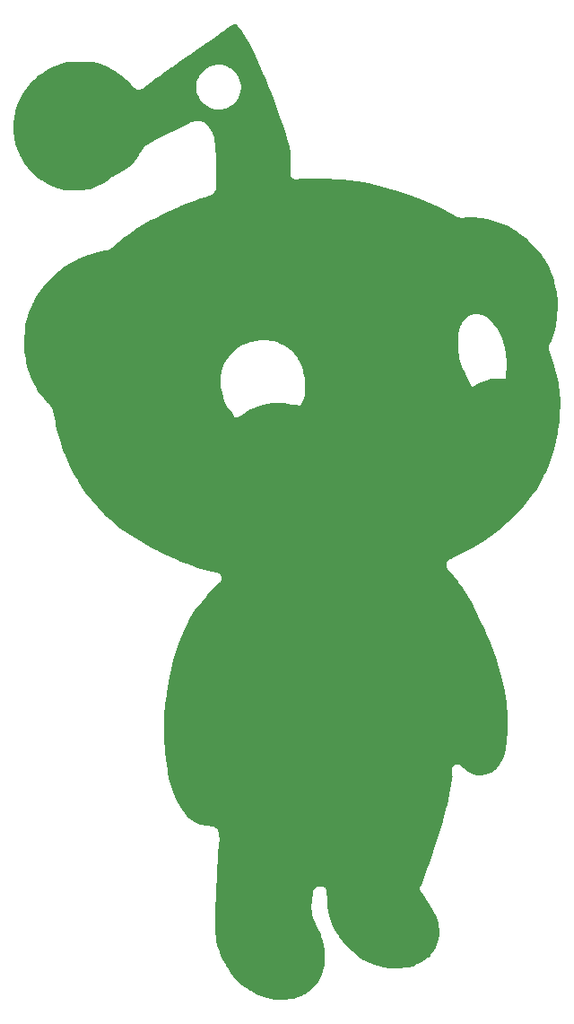
<source format=gbr>
G04 #@! TF.GenerationSoftware,KiCad,Pcbnew,6.0.6-3a73a75311~116~ubuntu21.10.1*
G04 #@! TF.CreationDate,2023-05-20T20:22:17-06:00*
G04 #@! TF.ProjectId,reddit,72656464-6974-42e6-9b69-6361645f7063,rev?*
G04 #@! TF.SameCoordinates,Original*
G04 #@! TF.FileFunction,Copper,L1,Top*
G04 #@! TF.FilePolarity,Positive*
%FSLAX46Y46*%
G04 Gerber Fmt 4.6, Leading zero omitted, Abs format (unit mm)*
G04 Created by KiCad (PCBNEW 6.0.6-3a73a75311~116~ubuntu21.10.1) date 2023-05-20 20:22:17*
%MOMM*%
%LPD*%
G01*
G04 APERTURE LIST*
G04 APERTURE END LIST*
G04 #@! TA.AperFunction,NonConductor*
G36*
X136746579Y-53242534D02*
G01*
X136761569Y-53255026D01*
X136769999Y-53262726D01*
X136874769Y-53367496D01*
X136884900Y-53378936D01*
X137294157Y-53901875D01*
X137302975Y-53914704D01*
X137657057Y-54504841D01*
X137659628Y-54509332D01*
X137954607Y-55050128D01*
X137955988Y-55052732D01*
X138380454Y-55876695D01*
X138381932Y-55879664D01*
X139030862Y-57227438D01*
X139032606Y-57231061D01*
X139034885Y-57236072D01*
X139376736Y-58033724D01*
X139394955Y-58076235D01*
X139395172Y-58076798D01*
X139395346Y-58077469D01*
X139396119Y-58079256D01*
X139396123Y-58079267D01*
X139399025Y-58085977D01*
X139410769Y-58113135D01*
X139424798Y-58145869D01*
X139425157Y-58146457D01*
X139425414Y-58147001D01*
X139581851Y-58508761D01*
X139806049Y-59027216D01*
X139811908Y-59040766D01*
X139813997Y-59045905D01*
X140012064Y-59565834D01*
X140329561Y-60406268D01*
X140443256Y-60707226D01*
X140443363Y-60707512D01*
X140743747Y-61508536D01*
X140745304Y-61512933D01*
X141135466Y-62683417D01*
X141135467Y-62683421D01*
X141425803Y-63554428D01*
X141426420Y-63556331D01*
X141572665Y-64019441D01*
X141574365Y-64025317D01*
X141690051Y-64464923D01*
X141692441Y-64476008D01*
X141694267Y-64486821D01*
X141695805Y-64491434D01*
X141700330Y-64505008D01*
X141702645Y-64512778D01*
X141706735Y-64528321D01*
X141711313Y-64539161D01*
X141714765Y-64548316D01*
X141771995Y-64720003D01*
X141795904Y-64791730D01*
X141799923Y-64806865D01*
X141836254Y-64988519D01*
X141860223Y-65108367D01*
X141862391Y-65124694D01*
X141872065Y-65269808D01*
X141883621Y-65443147D01*
X141883900Y-65451528D01*
X141883900Y-67288142D01*
X141883395Y-67299414D01*
X141882795Y-67306094D01*
X141880732Y-67314833D01*
X141883631Y-67369855D01*
X141883725Y-67371638D01*
X141883900Y-67378268D01*
X141883900Y-67397313D01*
X141884536Y-67401753D01*
X141884536Y-67401757D01*
X141884964Y-67404746D01*
X141886060Y-67415966D01*
X141888396Y-67460289D01*
X141891365Y-67468758D01*
X141891365Y-67468760D01*
X141891968Y-67470480D01*
X141897789Y-67494299D01*
X141899320Y-67504987D01*
X141903037Y-67513162D01*
X141903038Y-67513165D01*
X141917691Y-67545392D01*
X141921898Y-67555864D01*
X141936578Y-67597747D01*
X141941805Y-67605044D01*
X141941807Y-67605047D01*
X141942871Y-67606532D01*
X141955138Y-67627751D01*
X141959608Y-67637582D01*
X141965469Y-67644384D01*
X141988580Y-67671205D01*
X141995544Y-67680059D01*
X142021403Y-67716157D01*
X142028470Y-67721695D01*
X142028471Y-67721696D01*
X142029907Y-67722822D01*
X142047633Y-67739742D01*
X142048822Y-67741122D01*
X142048828Y-67741127D01*
X142054687Y-67747927D01*
X142091937Y-67772071D01*
X142101116Y-67778623D01*
X142136052Y-67806000D01*
X142146078Y-67810006D01*
X142167848Y-67821275D01*
X142176915Y-67827152D01*
X142185517Y-67829724D01*
X142185518Y-67829725D01*
X142219435Y-67839868D01*
X142230091Y-67843582D01*
X142262973Y-67856723D01*
X142262979Y-67856725D01*
X142271308Y-67860053D01*
X142280240Y-67860911D01*
X142280242Y-67860911D01*
X142281725Y-67861053D01*
X142282059Y-67861085D01*
X142306117Y-67865791D01*
X142316466Y-67868886D01*
X142325442Y-67868941D01*
X142325443Y-67868941D01*
X142331522Y-67868978D01*
X142360854Y-67869158D01*
X142372119Y-67869732D01*
X142377865Y-67870284D01*
X142377872Y-67870284D01*
X142382715Y-67870749D01*
X142401091Y-67869668D01*
X142409260Y-67869453D01*
X142412331Y-67869472D01*
X142462121Y-67869776D01*
X142470747Y-67867311D01*
X142479645Y-67866092D01*
X142479694Y-67866447D01*
X142492278Y-67864304D01*
X142845682Y-67843515D01*
X142849019Y-67843364D01*
X143617742Y-67818566D01*
X143621804Y-67818500D01*
X145418559Y-67818500D01*
X145427229Y-67818799D01*
X146138054Y-67867822D01*
X146139528Y-67867933D01*
X146887781Y-67929015D01*
X147371011Y-67968462D01*
X147374673Y-67968815D01*
X148258719Y-68067043D01*
X148267065Y-68068254D01*
X149218079Y-68238948D01*
X149225448Y-68240499D01*
X150767895Y-68613671D01*
X150773396Y-68615134D01*
X152322493Y-69064872D01*
X152327208Y-69066342D01*
X152545633Y-69139150D01*
X153064065Y-69311961D01*
X153069293Y-69313833D01*
X154564258Y-69886903D01*
X154570505Y-69889493D01*
X155794975Y-70436131D01*
X155955834Y-70507943D01*
X155964207Y-70512059D01*
X157246242Y-71202385D01*
X157253285Y-71206476D01*
X157378805Y-71284926D01*
X157383260Y-71288093D01*
X157386686Y-71291760D01*
X157444395Y-71325959D01*
X157446861Y-71327461D01*
X157466259Y-71339585D01*
X157466263Y-71339587D01*
X157470058Y-71341959D01*
X157474149Y-71343768D01*
X157474313Y-71343855D01*
X157478435Y-71346167D01*
X157478783Y-71346338D01*
X157482967Y-71348818D01*
X157497562Y-71354656D01*
X157508124Y-71358881D01*
X157512285Y-71360632D01*
X157569538Y-71385950D01*
X157576908Y-71386928D01*
X157585706Y-71389915D01*
X157639197Y-71411311D01*
X157641389Y-71412211D01*
X157673839Y-71425910D01*
X157678569Y-71427092D01*
X157679075Y-71427261D01*
X157680649Y-71427891D01*
X157684730Y-71428882D01*
X157684754Y-71428889D01*
X157719410Y-71437306D01*
X157720231Y-71437508D01*
X157871604Y-71475351D01*
X157888523Y-71480876D01*
X157906313Y-71488113D01*
X157914629Y-71491496D01*
X157923559Y-71492409D01*
X157986604Y-71498855D01*
X157986709Y-71498866D01*
X158002803Y-71500525D01*
X158059093Y-71506328D01*
X158068061Y-71504680D01*
X158090673Y-71500525D01*
X158106823Y-71498624D01*
X158484282Y-71478757D01*
X158531466Y-71476274D01*
X158538087Y-71476100D01*
X159175547Y-71476100D01*
X159188085Y-71476725D01*
X159897928Y-71547710D01*
X159906104Y-71548799D01*
X160472448Y-71643189D01*
X160481419Y-71645022D01*
X161250953Y-71831575D01*
X161268883Y-71837371D01*
X162427639Y-72310333D01*
X162443677Y-72318250D01*
X163408089Y-72882783D01*
X163422510Y-72892628D01*
X163603322Y-73035374D01*
X164323918Y-73604266D01*
X164334939Y-73614066D01*
X165090638Y-74369766D01*
X165101976Y-74382775D01*
X165555259Y-74981107D01*
X165705318Y-75179185D01*
X165707371Y-75181975D01*
X165805630Y-75319538D01*
X165814120Y-75333191D01*
X166335783Y-76305382D01*
X166342094Y-76319043D01*
X166770646Y-77414231D01*
X166775547Y-77429586D01*
X166814665Y-77586059D01*
X166815354Y-77588960D01*
X167034589Y-78563340D01*
X167036891Y-78577084D01*
X167126081Y-79379787D01*
X167129630Y-79411732D01*
X167130340Y-79429575D01*
X167115277Y-79911589D01*
X167106863Y-80180849D01*
X167106489Y-80187377D01*
X167070244Y-80622323D01*
X167058312Y-80765504D01*
X167057672Y-80771460D01*
X167043770Y-80877114D01*
X166937037Y-81688284D01*
X166934596Y-81701412D01*
X166773037Y-82370730D01*
X166768969Y-82384225D01*
X166495805Y-83135424D01*
X166486227Y-83155852D01*
X166371540Y-83352459D01*
X166363275Y-83363680D01*
X166363363Y-83363740D01*
X166358301Y-83371148D01*
X166352236Y-83377768D01*
X166348274Y-83385823D01*
X166348272Y-83385825D01*
X166329768Y-83423440D01*
X166325542Y-83431313D01*
X166321030Y-83439047D01*
X166321025Y-83439057D01*
X166318771Y-83442921D01*
X166313762Y-83455253D01*
X166310103Y-83463413D01*
X166287940Y-83508466D01*
X166286398Y-83517308D01*
X166283617Y-83525844D01*
X166283514Y-83525810D01*
X166283275Y-83526642D01*
X166283379Y-83526668D01*
X166281213Y-83535384D01*
X166277836Y-83543697D01*
X166276928Y-83552623D01*
X166276928Y-83552624D01*
X166272758Y-83593636D01*
X166271534Y-83602513D01*
X166262910Y-83651957D01*
X166263912Y-83660882D01*
X166263639Y-83669849D01*
X166263530Y-83669846D01*
X166263534Y-83670713D01*
X166263643Y-83670709D01*
X166264010Y-83679673D01*
X166263101Y-83688607D01*
X166272242Y-83737961D01*
X166273557Y-83746811D01*
X166275394Y-83763177D01*
X166278754Y-83775495D01*
X166281082Y-83785685D01*
X166289629Y-83831828D01*
X166293675Y-83839840D01*
X166293719Y-83839971D01*
X166302734Y-83863426D01*
X166666658Y-85197808D01*
X167084896Y-86745291D01*
X167166326Y-87046584D01*
X167168975Y-87058741D01*
X167204919Y-87274400D01*
X167310272Y-87906519D01*
X167311821Y-87920779D01*
X167359285Y-88846329D01*
X167359285Y-88846336D01*
X167359349Y-88857822D01*
X167347183Y-89161958D01*
X167310173Y-90087195D01*
X167309903Y-90091823D01*
X167261285Y-90723860D01*
X167260598Y-90730493D01*
X167157471Y-91521141D01*
X167112978Y-91862252D01*
X167111692Y-91870140D01*
X166893870Y-92983455D01*
X166890343Y-92997276D01*
X166809445Y-93252915D01*
X166283180Y-94915912D01*
X166274612Y-94936466D01*
X165991754Y-95475245D01*
X165785621Y-95867879D01*
X165785315Y-95868413D01*
X165784903Y-95868972D01*
X165783999Y-95870709D01*
X165783992Y-95870720D01*
X165767026Y-95903295D01*
X165766835Y-95903660D01*
X165752912Y-95930182D01*
X165750403Y-95934960D01*
X165750170Y-95935616D01*
X165749915Y-95936149D01*
X165157392Y-97073794D01*
X165145518Y-97092404D01*
X164664018Y-97718354D01*
X164421203Y-98034013D01*
X164419721Y-98035901D01*
X163632679Y-99019704D01*
X163623385Y-99030087D01*
X162396019Y-100257454D01*
X162388691Y-100264224D01*
X161743534Y-100814505D01*
X161562350Y-100969044D01*
X161554930Y-100974906D01*
X161489973Y-101022375D01*
X160281013Y-101905845D01*
X160269636Y-101913253D01*
X158985084Y-102654341D01*
X158982454Y-102655817D01*
X158160836Y-103103972D01*
X158156850Y-103106055D01*
X157114548Y-103627206D01*
X157114019Y-103627426D01*
X157113471Y-103627526D01*
X157112021Y-103628255D01*
X157031796Y-103668582D01*
X157031559Y-103668701D01*
X157016734Y-103676113D01*
X157016522Y-103676260D01*
X157013476Y-103677791D01*
X156987281Y-103696502D01*
X156985799Y-103697545D01*
X156943726Y-103726694D01*
X156927323Y-103738058D01*
X156925356Y-103740489D01*
X156922932Y-103742465D01*
X156818834Y-103816821D01*
X156812842Y-103820847D01*
X156766042Y-103850376D01*
X156760100Y-103857104D01*
X156735671Y-103884765D01*
X156728264Y-103892467D01*
X156695073Y-103924171D01*
X156690581Y-103931948D01*
X156690429Y-103932211D01*
X156675762Y-103952599D01*
X156669622Y-103959551D01*
X156665807Y-103967677D01*
X156665805Y-103967680D01*
X156650127Y-104001075D01*
X156645178Y-104010551D01*
X156622218Y-104050299D01*
X156620090Y-104059020D01*
X156620016Y-104059323D01*
X156611667Y-104082989D01*
X156611533Y-104083274D01*
X156611531Y-104083280D01*
X156607719Y-104091400D01*
X156606339Y-104100263D01*
X156606338Y-104100266D01*
X156600659Y-104136741D01*
X156598568Y-104147222D01*
X156587690Y-104191805D01*
X156588095Y-104200770D01*
X156588095Y-104200772D01*
X156589477Y-104231346D01*
X156588741Y-104251769D01*
X156585433Y-104279864D01*
X156593949Y-104330298D01*
X156594266Y-104337314D01*
X156595809Y-104341824D01*
X156595758Y-104342346D01*
X156595975Y-104342309D01*
X156595979Y-104342320D01*
X156596177Y-104343491D01*
X156596238Y-104343855D01*
X156596723Y-104346968D01*
X156604010Y-104397847D01*
X156605920Y-104411187D01*
X156614255Y-104429517D01*
X156622426Y-104447489D01*
X156627253Y-104459778D01*
X156636528Y-104487601D01*
X156638439Y-104493875D01*
X156653643Y-104548881D01*
X156658367Y-104556514D01*
X156658367Y-104556515D01*
X156676901Y-104586465D01*
X156682432Y-104596375D01*
X156702219Y-104635914D01*
X156743903Y-104680794D01*
X156747199Y-104684489D01*
X156884908Y-104845149D01*
X156887169Y-104847863D01*
X157684115Y-105832325D01*
X157732639Y-105892267D01*
X157737415Y-105898561D01*
X158125066Y-106444143D01*
X158398175Y-106828519D01*
X158403255Y-106836256D01*
X158961143Y-107757984D01*
X158966383Y-107767554D01*
X159788253Y-109436199D01*
X159789857Y-109439581D01*
X160243421Y-110433931D01*
X160443322Y-110872176D01*
X160444488Y-110874812D01*
X160514127Y-111037303D01*
X160664760Y-111388783D01*
X160666817Y-111393888D01*
X161080037Y-112487704D01*
X161080684Y-112489608D01*
X161081118Y-112491583D01*
X161094374Y-112525670D01*
X161094759Y-112526675D01*
X161105030Y-112553865D01*
X161105035Y-112553875D01*
X161106616Y-112558061D01*
X161107591Y-112559830D01*
X161108393Y-112561719D01*
X161263256Y-112959941D01*
X161266783Y-112970329D01*
X161720478Y-114525849D01*
X161786359Y-114751727D01*
X161788486Y-114760072D01*
X162100371Y-116185834D01*
X162136770Y-116352231D01*
X162137735Y-116357098D01*
X162172199Y-116550958D01*
X162331971Y-117449673D01*
X162333732Y-117464926D01*
X162381780Y-118353811D01*
X162381949Y-118358674D01*
X162406598Y-119960879D01*
X162405988Y-119975354D01*
X162239192Y-121643314D01*
X162232934Y-121671852D01*
X162004187Y-122335218D01*
X162003729Y-122336522D01*
X161898334Y-122631627D01*
X161888152Y-122653348D01*
X161856203Y-122707416D01*
X161618853Y-123109085D01*
X161617122Y-123112014D01*
X161604313Y-123129911D01*
X161340908Y-123437217D01*
X161233511Y-123562514D01*
X161211082Y-123583043D01*
X160864200Y-123830817D01*
X160811805Y-123868242D01*
X160781247Y-123884264D01*
X160291686Y-124060505D01*
X160266032Y-124066798D01*
X159834757Y-124125609D01*
X159810334Y-124126547D01*
X159517959Y-124109348D01*
X159487777Y-124103829D01*
X159188175Y-124010203D01*
X159175519Y-124005490D01*
X158692992Y-123795696D01*
X158666870Y-123780369D01*
X158458661Y-123621734D01*
X158216476Y-123437212D01*
X158208092Y-123430230D01*
X157979366Y-123222297D01*
X157968163Y-123210721D01*
X157952920Y-123192807D01*
X157952919Y-123192806D01*
X157947102Y-123185970D01*
X157889924Y-123148404D01*
X157888568Y-123147499D01*
X157872866Y-123136858D01*
X157831992Y-123109160D01*
X157828464Y-123108026D01*
X157825367Y-123105991D01*
X157760035Y-123086011D01*
X157758353Y-123085483D01*
X157700837Y-123066991D01*
X157700834Y-123066990D01*
X157693325Y-123064576D01*
X157689623Y-123064478D01*
X157686077Y-123063393D01*
X157669255Y-123063186D01*
X157617748Y-123062553D01*
X157615946Y-123062518D01*
X157589993Y-123061828D01*
X157547720Y-123060703D01*
X157544139Y-123061648D01*
X157540430Y-123061602D01*
X157474484Y-123080009D01*
X157473040Y-123080401D01*
X157406878Y-123097852D01*
X157403704Y-123099765D01*
X157400135Y-123100761D01*
X157379626Y-123113525D01*
X157342133Y-123136858D01*
X157340598Y-123137798D01*
X157282126Y-123173038D01*
X157279616Y-123175765D01*
X157276470Y-123177723D01*
X157271208Y-123183607D01*
X157271206Y-123183609D01*
X157230950Y-123228625D01*
X157229749Y-123229949D01*
X157183489Y-123280215D01*
X157181846Y-123283536D01*
X157179375Y-123286299D01*
X157175974Y-123293428D01*
X157149929Y-123348022D01*
X157149141Y-123349642D01*
X157118899Y-123410769D01*
X157118254Y-123414416D01*
X157116658Y-123417762D01*
X157115395Y-123425558D01*
X157115391Y-123425573D01*
X157105728Y-123485204D01*
X157105428Y-123486980D01*
X157094919Y-123546432D01*
X157094918Y-123546439D01*
X157093546Y-123554203D01*
X157093951Y-123557885D01*
X157093358Y-123561544D01*
X157094333Y-123569375D01*
X157094333Y-123569381D01*
X157101798Y-123629351D01*
X157102008Y-123631139D01*
X157109470Y-123698987D01*
X157112917Y-123707276D01*
X157112917Y-123707278D01*
X157123449Y-123732607D01*
X157128256Y-123746364D01*
X157143841Y-123800911D01*
X157148302Y-123816525D01*
X157153030Y-123845663D01*
X157165275Y-124127268D01*
X157172197Y-124286471D01*
X157170453Y-124313528D01*
X157026417Y-125141742D01*
X156980720Y-125404501D01*
X156979987Y-125408354D01*
X156670635Y-126907521D01*
X156654938Y-126983591D01*
X156653544Y-126989598D01*
X156294973Y-128379062D01*
X156256162Y-128529454D01*
X156253874Y-128537266D01*
X155845828Y-129779952D01*
X155701397Y-130219809D01*
X155701359Y-130219923D01*
X154993951Y-132367412D01*
X154992477Y-132371633D01*
X154858709Y-132733921D01*
X154392975Y-133995285D01*
X154390344Y-134001837D01*
X154216580Y-134401493D01*
X154146334Y-134563059D01*
X154145836Y-134564187D01*
X154120630Y-134620644D01*
X154115750Y-134631574D01*
X154114538Y-134640470D01*
X154114537Y-134640473D01*
X154111600Y-134662031D01*
X154108259Y-134678373D01*
X154102497Y-134699365D01*
X154100120Y-134708026D01*
X154100485Y-134729972D01*
X154100527Y-134732525D01*
X154099390Y-134751626D01*
X154096083Y-134775897D01*
X154100446Y-134804944D01*
X154100649Y-134806298D01*
X154102029Y-134822918D01*
X154102539Y-134853663D01*
X154105202Y-134862238D01*
X154105202Y-134862239D01*
X154109804Y-134877059D01*
X154114076Y-134895714D01*
X154117714Y-134919940D01*
X154121484Y-134928084D01*
X154121485Y-134928088D01*
X154130629Y-134947841D01*
X154136616Y-134963400D01*
X154145736Y-134992768D01*
X154150698Y-135000250D01*
X154164551Y-135021138D01*
X154164589Y-135021201D01*
X154164729Y-135021504D01*
X154176891Y-135039746D01*
X154226238Y-135114158D01*
X154226709Y-135114556D01*
X154227102Y-135115064D01*
X154996215Y-136268734D01*
X154997503Y-136270705D01*
X155382617Y-136872446D01*
X155389189Y-136884018D01*
X155605752Y-137317143D01*
X155613205Y-137335550D01*
X155744686Y-137751908D01*
X155746769Y-137759275D01*
X155818144Y-138044773D01*
X155856883Y-138199729D01*
X155860171Y-138219374D01*
X155904226Y-138726014D01*
X155904700Y-138736929D01*
X155904700Y-139170076D01*
X155903306Y-139188767D01*
X155837831Y-139625276D01*
X155837640Y-139626548D01*
X155835903Y-139635772D01*
X155813191Y-139735703D01*
X155726220Y-140118377D01*
X155719661Y-140138915D01*
X155635212Y-140341591D01*
X155624892Y-140361265D01*
X155437595Y-140652615D01*
X155433044Y-140659222D01*
X155126020Y-141075899D01*
X155109724Y-141094037D01*
X154886462Y-141298694D01*
X154871216Y-141310649D01*
X154621720Y-141476979D01*
X154500554Y-141557756D01*
X154500550Y-141557759D01*
X154117428Y-141813174D01*
X154099246Y-141823236D01*
X153671897Y-142015544D01*
X153658602Y-142020643D01*
X153384953Y-142108211D01*
X153104178Y-142198059D01*
X153085427Y-142202512D01*
X152668742Y-142268304D01*
X152661629Y-142269221D01*
X152203091Y-142315075D01*
X152190553Y-142315700D01*
X151753378Y-142315700D01*
X151747905Y-142315581D01*
X151218353Y-142292557D01*
X151202240Y-142290813D01*
X150671397Y-142198493D01*
X150666244Y-142197484D01*
X150409691Y-142141712D01*
X150122570Y-142079294D01*
X150111761Y-142076437D01*
X149763168Y-141967501D01*
X149751153Y-141963062D01*
X149429180Y-141825075D01*
X149427695Y-141824427D01*
X149136647Y-141695072D01*
X148800179Y-141545530D01*
X148779635Y-141533987D01*
X148770356Y-141527563D01*
X148505534Y-141344225D01*
X148502787Y-141342268D01*
X148143085Y-141078486D01*
X148137498Y-141074142D01*
X148041834Y-140995360D01*
X147735666Y-140743222D01*
X147729416Y-140737718D01*
X147725838Y-140734350D01*
X147329953Y-140361753D01*
X147323431Y-140355145D01*
X147106395Y-140118377D01*
X147074245Y-140083304D01*
X147068740Y-140076878D01*
X146830991Y-139779692D01*
X146800333Y-139741370D01*
X146795904Y-139735129D01*
X146795890Y-139735139D01*
X146792993Y-139731222D01*
X146790413Y-139727104D01*
X146772635Y-139706590D01*
X146769467Y-139702785D01*
X146757268Y-139687537D01*
X146757260Y-139687528D01*
X146754462Y-139684031D01*
X146751198Y-139680967D01*
X146749724Y-139679372D01*
X146742811Y-139672179D01*
X146512819Y-139406804D01*
X146463356Y-139349731D01*
X146452789Y-139335662D01*
X146430670Y-139301477D01*
X146209109Y-138959063D01*
X146204751Y-138951805D01*
X145967797Y-138525289D01*
X145965243Y-138520447D01*
X145790841Y-138171642D01*
X145783336Y-138153071D01*
X145529818Y-137346423D01*
X145526337Y-137332695D01*
X145364246Y-136499082D01*
X145362060Y-136480753D01*
X145343224Y-136066359D01*
X145339017Y-135973805D01*
X145338940Y-135971738D01*
X145332391Y-135742496D01*
X145314040Y-135100213D01*
X145313991Y-135095864D01*
X145314029Y-135089728D01*
X145314376Y-135032879D01*
X145303748Y-134995694D01*
X145300736Y-134982511D01*
X145294161Y-134944390D01*
X145290211Y-134936322D01*
X145286882Y-134929522D01*
X145278897Y-134908740D01*
X145276817Y-134901461D01*
X145276814Y-134901454D01*
X145274349Y-134892829D01*
X145269561Y-134885241D01*
X145269560Y-134885238D01*
X145253722Y-134860137D01*
X145247118Y-134848306D01*
X145234059Y-134821633D01*
X145234058Y-134821631D01*
X145230111Y-134813570D01*
X145218950Y-134801341D01*
X145205458Y-134783643D01*
X145201412Y-134777231D01*
X145196624Y-134769642D01*
X145167645Y-134744048D01*
X145157990Y-134734550D01*
X145156142Y-134732525D01*
X145131919Y-134705986D01*
X145117775Y-134697382D01*
X145099853Y-134684177D01*
X145087449Y-134673222D01*
X145052452Y-134656790D01*
X145040523Y-134650385D01*
X145015148Y-134634949D01*
X145015144Y-134634947D01*
X145007478Y-134630284D01*
X144991485Y-134625995D01*
X144970584Y-134618354D01*
X144955600Y-134611319D01*
X144917393Y-134605370D01*
X144904143Y-134602569D01*
X144875463Y-134594877D01*
X144875453Y-134594876D01*
X144866792Y-134592553D01*
X144857824Y-134592754D01*
X144857821Y-134592754D01*
X144799325Y-134594068D01*
X144796496Y-134594100D01*
X144665175Y-134594100D01*
X144650442Y-134593236D01*
X144623646Y-134590081D01*
X144614736Y-134589032D01*
X144550718Y-134599843D01*
X144547671Y-134600318D01*
X144514537Y-134605063D01*
X144492301Y-134608247D01*
X144492300Y-134608247D01*
X144483413Y-134609520D01*
X144475242Y-134613235D01*
X144475239Y-134613236D01*
X144458947Y-134620644D01*
X144447070Y-134624520D01*
X144447223Y-134624945D01*
X144384549Y-134647570D01*
X144381613Y-134648589D01*
X144360215Y-134655722D01*
X144360212Y-134655723D01*
X144355959Y-134657141D01*
X144351948Y-134659148D01*
X144351072Y-134659511D01*
X144345622Y-134661622D01*
X144318670Y-134671352D01*
X144318664Y-134671355D01*
X144310219Y-134674404D01*
X144302970Y-134679700D01*
X144302968Y-134679701D01*
X144294282Y-134686047D01*
X144276346Y-134696981D01*
X144266717Y-134701800D01*
X144266714Y-134701802D01*
X144258687Y-134705819D01*
X144252111Y-134711926D01*
X144252109Y-134711928D01*
X144232682Y-134729972D01*
X144227418Y-134734314D01*
X144227479Y-134734385D01*
X144223780Y-134737553D01*
X144219848Y-134740425D01*
X144216406Y-134743867D01*
X144215390Y-134744737D01*
X144212375Y-134747417D01*
X144207848Y-134750043D01*
X144185931Y-134773070D01*
X144180446Y-134778488D01*
X144151961Y-134804944D01*
X144148046Y-134811507D01*
X144146662Y-134813045D01*
X144146724Y-134813099D01*
X144143791Y-134816482D01*
X144140618Y-134819655D01*
X144137930Y-134823242D01*
X144137311Y-134823956D01*
X144133378Y-134828286D01*
X144113616Y-134849048D01*
X144113614Y-134849050D01*
X144107427Y-134855551D01*
X144103312Y-134863528D01*
X144103309Y-134863533D01*
X144098378Y-134873093D01*
X144087225Y-134890895D01*
X144080767Y-134899512D01*
X144080766Y-134899515D01*
X144075384Y-134906695D01*
X144062924Y-134939933D01*
X144060159Y-134946168D01*
X144060245Y-134946204D01*
X144058354Y-134950689D01*
X144056122Y-134955017D01*
X144047637Y-134980473D01*
X144046114Y-134984776D01*
X144034712Y-135015191D01*
X144032973Y-135019576D01*
X144031307Y-135023556D01*
X144026703Y-135031261D01*
X144024446Y-135039950D01*
X144013638Y-135081559D01*
X144011219Y-135089726D01*
X144006648Y-135103437D01*
X144004702Y-135114158D01*
X144004457Y-135115510D01*
X144002440Y-135124668D01*
X143998565Y-135139585D01*
X143998081Y-135144426D01*
X143997195Y-135153286D01*
X143995795Y-135163246D01*
X143987227Y-135210462D01*
X143988168Y-135219396D01*
X143988062Y-135222252D01*
X143988121Y-135244031D01*
X143970000Y-135425234D01*
X143969652Y-135428324D01*
X143930381Y-135742496D01*
X143897856Y-136002693D01*
X143896066Y-136013306D01*
X143893480Y-136025440D01*
X143893210Y-136030306D01*
X143892495Y-136043174D01*
X143891716Y-136051815D01*
X143889898Y-136066359D01*
X143889978Y-136070842D01*
X143889978Y-136070847D01*
X143890134Y-136079560D01*
X143889960Y-136088802D01*
X143866588Y-136509509D01*
X143866251Y-136514073D01*
X143863619Y-136542583D01*
X143863922Y-136547436D01*
X143863914Y-136547993D01*
X143864074Y-136552074D01*
X143864107Y-136554170D01*
X143863858Y-136558650D01*
X143864247Y-136563123D01*
X143866444Y-136588386D01*
X143866673Y-136591437D01*
X143889923Y-136963434D01*
X143890691Y-136975727D01*
X143890894Y-136980377D01*
X143891616Y-137008788D01*
X143892488Y-137013586D01*
X143892548Y-137014164D01*
X143893154Y-137018002D01*
X143893489Y-137020495D01*
X143893768Y-137024961D01*
X143894678Y-137029345D01*
X143894679Y-137029353D01*
X143899804Y-137054044D01*
X143900402Y-137057112D01*
X143937282Y-137259956D01*
X143938292Y-137273788D01*
X143938411Y-137273775D01*
X143939380Y-137282701D01*
X143939075Y-137291669D01*
X143941299Y-137300362D01*
X143941299Y-137300365D01*
X143951714Y-137341081D01*
X143953613Y-137349772D01*
X143955230Y-137358669D01*
X143955232Y-137358678D01*
X143956034Y-137363088D01*
X143960213Y-137375610D01*
X143962760Y-137384265D01*
X143966810Y-137400097D01*
X143971874Y-137411914D01*
X143975572Y-137421637D01*
X143990466Y-137466266D01*
X143995586Y-137473645D01*
X143995750Y-137473972D01*
X144007788Y-137495711D01*
X144119657Y-137756740D01*
X144121258Y-137760804D01*
X144122232Y-137764346D01*
X144136192Y-137795367D01*
X144137031Y-137797278D01*
X144149198Y-137825668D01*
X144151107Y-137828801D01*
X144153053Y-137832837D01*
X144166949Y-137863717D01*
X144366101Y-138306279D01*
X144366479Y-138307126D01*
X144730662Y-139132608D01*
X144736068Y-139147261D01*
X144789528Y-139325460D01*
X144791094Y-139331163D01*
X144792258Y-139335829D01*
X144793067Y-139340621D01*
X144794605Y-139345234D01*
X144794605Y-139345235D01*
X144802563Y-139369108D01*
X144803715Y-139372748D01*
X144811437Y-139398490D01*
X144813318Y-139402552D01*
X144814912Y-139406754D01*
X144814781Y-139406804D01*
X144816952Y-139412277D01*
X144926455Y-139740782D01*
X144928667Y-139748162D01*
X145016760Y-140078513D01*
X145019472Y-140091327D01*
X145087704Y-140523460D01*
X145088621Y-140530573D01*
X145134475Y-140989109D01*
X145135100Y-141001647D01*
X145135100Y-141524056D01*
X145134532Y-141536002D01*
X145091585Y-141986949D01*
X145087899Y-142007469D01*
X145000283Y-142336028D01*
X145000097Y-142336715D01*
X144930827Y-142590703D01*
X144927926Y-142599928D01*
X144818671Y-142905842D01*
X144814417Y-142916259D01*
X144745102Y-143066444D01*
X144684540Y-143197661D01*
X144679965Y-143206616D01*
X144484220Y-143554606D01*
X144475210Y-143568419D01*
X144353739Y-143730381D01*
X144351328Y-143733493D01*
X144166829Y-143964116D01*
X144161672Y-143970161D01*
X143943857Y-144209756D01*
X143934335Y-144219173D01*
X143736747Y-144394807D01*
X143734426Y-144396820D01*
X143452426Y-144635436D01*
X143434527Y-144648083D01*
X143187978Y-144791903D01*
X143183839Y-144794212D01*
X142924364Y-144932599D01*
X142860704Y-144966551D01*
X142841254Y-144974909D01*
X142602482Y-145054499D01*
X142596361Y-145056368D01*
X142190915Y-145168993D01*
X142176351Y-145172125D01*
X141901348Y-145214433D01*
X141894161Y-145215326D01*
X141412100Y-145261237D01*
X141409002Y-145261532D01*
X141397056Y-145262100D01*
X140372198Y-145262100D01*
X140357476Y-145261237D01*
X140007906Y-145220111D01*
X139990163Y-145216720D01*
X139671954Y-145131865D01*
X139664584Y-145129656D01*
X139315681Y-145013354D01*
X139310295Y-145011422D01*
X138711082Y-144780955D01*
X138692825Y-144772189D01*
X138395804Y-144598927D01*
X138147767Y-144454239D01*
X138139879Y-144449236D01*
X138063638Y-144396820D01*
X137782170Y-144203311D01*
X137772796Y-144196071D01*
X137771582Y-144195175D01*
X137767897Y-144191988D01*
X137746065Y-144178343D01*
X137741465Y-144175326D01*
X137726488Y-144165029D01*
X137726478Y-144165023D01*
X137722792Y-144162489D01*
X137718260Y-144160243D01*
X137707430Y-144154196D01*
X137412973Y-143970161D01*
X137364584Y-143939918D01*
X137350706Y-143929871D01*
X137088407Y-143711287D01*
X137084787Y-143708150D01*
X136861606Y-143507288D01*
X136853323Y-143499110D01*
X136602387Y-143227262D01*
X136590137Y-143211693D01*
X136483156Y-143051222D01*
X136476764Y-143040524D01*
X136475251Y-143037681D01*
X136472968Y-143033391D01*
X136470057Y-143029509D01*
X136470049Y-143029497D01*
X136459771Y-143015793D01*
X136455737Y-143010091D01*
X136447732Y-142998085D01*
X136447728Y-142998080D01*
X136445244Y-142994354D01*
X136439318Y-142987735D01*
X136432392Y-142979289D01*
X136231162Y-142710983D01*
X136227124Y-142705275D01*
X136040642Y-142425551D01*
X136037967Y-142421362D01*
X135828198Y-142078105D01*
X135768492Y-141980404D01*
X135767176Y-141978200D01*
X135602931Y-141696635D01*
X135599069Y-141689497D01*
X135386060Y-141263480D01*
X135383618Y-141258304D01*
X135198716Y-140842275D01*
X135194322Y-140830947D01*
X135162123Y-140734350D01*
X134987895Y-140211667D01*
X134983877Y-140196538D01*
X134972353Y-140138915D01*
X134892726Y-139740782D01*
X134869625Y-139625276D01*
X134868041Y-139615287D01*
X134835226Y-139336361D01*
X134822244Y-139226013D01*
X134821627Y-139219166D01*
X134819147Y-139179474D01*
X134773145Y-138443447D01*
X134772900Y-138435587D01*
X134772900Y-137910751D01*
X134773044Y-137904725D01*
X134773238Y-137900675D01*
X134773845Y-137895847D01*
X134772954Y-137865553D01*
X134772900Y-137861849D01*
X134772900Y-137834687D01*
X134772266Y-137830255D01*
X134771947Y-137825780D01*
X134772106Y-137825769D01*
X134771617Y-137820075D01*
X134747991Y-137016793D01*
X134748074Y-137007208D01*
X134999882Y-131618505D01*
X135000628Y-131609491D01*
X135123657Y-130576047D01*
X135124239Y-130571783D01*
X135162515Y-130322991D01*
X135165637Y-130311465D01*
X135165109Y-130311339D01*
X135167192Y-130302611D01*
X135170493Y-130294262D01*
X135175483Y-130240206D01*
X135176411Y-130232665D01*
X135178257Y-130220667D01*
X135178257Y-130220665D01*
X135178939Y-130216233D01*
X135179043Y-130206211D01*
X135179570Y-130195941D01*
X135180334Y-130187666D01*
X135180334Y-130187659D01*
X135180781Y-130182818D01*
X135179786Y-130166895D01*
X135179548Y-130157725D01*
X135179978Y-130116441D01*
X135179978Y-130116438D01*
X135180071Y-130107466D01*
X135177642Y-130098826D01*
X135176461Y-130089925D01*
X135176489Y-130089921D01*
X135174093Y-130075818D01*
X135153424Y-129745100D01*
X135153295Y-129742650D01*
X135152003Y-129712575D01*
X135152002Y-129712570D01*
X135151794Y-129707720D01*
X135150841Y-129702955D01*
X135150753Y-129702225D01*
X135150738Y-129702137D01*
X135150632Y-129700439D01*
X135142644Y-129661952D01*
X135142462Y-129661059D01*
X135132546Y-129611483D01*
X135131574Y-129604614D01*
X135131926Y-129598600D01*
X135117316Y-129535071D01*
X135116560Y-129531553D01*
X135112344Y-129510469D01*
X135112342Y-129510463D01*
X135111464Y-129506071D01*
X135109970Y-129501844D01*
X135108881Y-129497885D01*
X135108119Y-129494863D01*
X135107934Y-129494272D01*
X135106843Y-129489528D01*
X135097312Y-129465700D01*
X135095498Y-129460883D01*
X135078219Y-129411979D01*
X135078218Y-129411977D01*
X135075227Y-129403512D01*
X135070317Y-129396694D01*
X135065662Y-129386575D01*
X135045776Y-129336862D01*
X135044258Y-129332870D01*
X135025845Y-129281863D01*
X135025843Y-129281859D01*
X135022796Y-129273419D01*
X135000097Y-129242348D01*
X134992684Y-129230955D01*
X134973464Y-129197600D01*
X134924495Y-129150725D01*
X134922574Y-129148846D01*
X134883200Y-129109473D01*
X134871992Y-129096634D01*
X134859213Y-129079822D01*
X134859212Y-129079821D01*
X134853780Y-129072675D01*
X134846561Y-129067341D01*
X134846559Y-129067339D01*
X134796985Y-129030710D01*
X134796383Y-129030263D01*
X134739705Y-128987784D01*
X134738048Y-128987163D01*
X134736631Y-128986116D01*
X134728660Y-128983190D01*
X134728659Y-128983189D01*
X134670427Y-128961810D01*
X134669623Y-128961512D01*
X134655190Y-128956102D01*
X134603316Y-128936655D01*
X134594368Y-128935990D01*
X134591606Y-128935785D01*
X134569381Y-128934133D01*
X134554024Y-128932035D01*
X134487370Y-128918704D01*
X134479105Y-128916758D01*
X134461526Y-128911985D01*
X134456685Y-128911447D01*
X134456680Y-128911446D01*
X134449524Y-128910651D01*
X134438738Y-128908977D01*
X134429921Y-128907214D01*
X134410878Y-128906162D01*
X134403933Y-128905585D01*
X134203419Y-128883306D01*
X134199522Y-128882812D01*
X134019902Y-128857152D01*
X133706410Y-128812367D01*
X133694585Y-128810096D01*
X133685706Y-128807946D01*
X133664811Y-128806205D01*
X133657455Y-128805373D01*
X133644218Y-128803482D01*
X133644206Y-128803481D01*
X133639767Y-128802847D01*
X133635287Y-128802848D01*
X133635280Y-128802848D01*
X133629843Y-128802850D01*
X133619341Y-128802415D01*
X133417224Y-128785572D01*
X133387844Y-128779541D01*
X133197981Y-128716254D01*
X133181476Y-128709418D01*
X132862379Y-128549870D01*
X132844618Y-128539073D01*
X132624604Y-128379062D01*
X132618051Y-128373957D01*
X132351438Y-128151779D01*
X132343006Y-128144078D01*
X132108820Y-127909892D01*
X132099526Y-127899509D01*
X131922072Y-127677694D01*
X131920590Y-127675805D01*
X131685594Y-127370309D01*
X131679821Y-127362155D01*
X131375324Y-126893697D01*
X131370835Y-126886238D01*
X131144831Y-126479429D01*
X131138667Y-126466700D01*
X130904953Y-125905787D01*
X130902515Y-125899461D01*
X130632864Y-125139537D01*
X130631346Y-125134984D01*
X130395198Y-124379312D01*
X130390927Y-124360888D01*
X130302486Y-123786020D01*
X130301653Y-123779448D01*
X130301545Y-123774607D01*
X130295922Y-123743119D01*
X130295426Y-123740133D01*
X130291716Y-123716016D01*
X130291715Y-123716013D01*
X130291035Y-123711591D01*
X130289735Y-123707314D01*
X130289435Y-123705994D01*
X130288255Y-123700183D01*
X130169831Y-123037008D01*
X130169039Y-123031992D01*
X130124489Y-122707416D01*
X129996856Y-121777513D01*
X129995824Y-121766259D01*
X129947036Y-120717314D01*
X129946900Y-120711460D01*
X129946900Y-119691514D01*
X129946929Y-119688834D01*
X129971703Y-118524499D01*
X129972216Y-118515508D01*
X130071190Y-117451536D01*
X130071419Y-117449293D01*
X130170478Y-116557758D01*
X130171421Y-116550958D01*
X130190445Y-116436819D01*
X130295477Y-115806624D01*
X130473908Y-114755863D01*
X130519577Y-114486925D01*
X130521715Y-114476849D01*
X130818355Y-113315010D01*
X130819076Y-113312311D01*
X131114595Y-112253365D01*
X131117981Y-112242992D01*
X131412156Y-111458527D01*
X131412531Y-111457538D01*
X131779557Y-110503270D01*
X131785495Y-110490131D01*
X132158010Y-109777494D01*
X132344209Y-109421287D01*
X132347826Y-109414836D01*
X132853270Y-108572432D01*
X132861225Y-108560720D01*
X133491087Y-107737052D01*
X133494697Y-107732549D01*
X133890996Y-107260764D01*
X134007873Y-107121625D01*
X134012332Y-107116596D01*
X134724566Y-106355244D01*
X134729798Y-106349972D01*
X135217373Y-105886776D01*
X135219616Y-105884697D01*
X135269083Y-105839971D01*
X135273781Y-105832328D01*
X135273784Y-105832325D01*
X135287664Y-105809745D01*
X135296149Y-105797605D01*
X135312576Y-105776819D01*
X135318144Y-105769774D01*
X135325548Y-105751465D01*
X135335020Y-105732713D01*
X135340665Y-105723530D01*
X135345365Y-105715885D01*
X135347730Y-105707230D01*
X135347731Y-105707227D01*
X135354715Y-105681663D01*
X135359451Y-105667630D01*
X135369385Y-105643067D01*
X135369385Y-105643066D01*
X135372752Y-105634741D01*
X135374720Y-105615089D01*
X135378547Y-105594439D01*
X135381390Y-105584033D01*
X135381390Y-105584032D01*
X135383755Y-105575377D01*
X135383124Y-105539903D01*
X135383731Y-105525106D01*
X135383803Y-105524386D01*
X135387266Y-105489808D01*
X135383639Y-105470388D01*
X135381516Y-105449492D01*
X135381165Y-105429743D01*
X135378494Y-105421176D01*
X135370605Y-105395876D01*
X135367035Y-105381505D01*
X135366505Y-105378670D01*
X135360520Y-105346627D01*
X135351587Y-105329004D01*
X135343686Y-105309548D01*
X135340477Y-105299258D01*
X135337805Y-105290688D01*
X135318160Y-105261140D01*
X135310706Y-105248359D01*
X135298720Y-105224714D01*
X135298718Y-105224711D01*
X135294661Y-105216708D01*
X135281148Y-105202309D01*
X135268098Y-105185845D01*
X135257160Y-105169393D01*
X135230003Y-105146540D01*
X135219271Y-105136372D01*
X135194987Y-105110496D01*
X135187261Y-105105941D01*
X135187255Y-105105937D01*
X135177968Y-105100463D01*
X135160826Y-105088326D01*
X135152581Y-105081388D01*
X135145713Y-105075608D01*
X135113243Y-105061299D01*
X135100067Y-105054542D01*
X135077245Y-105041089D01*
X135077246Y-105041089D01*
X135069508Y-105036528D01*
X135060805Y-105034323D01*
X135060803Y-105034322D01*
X134999634Y-105018823D01*
X134998116Y-105018429D01*
X134422058Y-104864813D01*
X133445741Y-104604461D01*
X133445736Y-104604460D01*
X133118749Y-104517264D01*
X133111378Y-104515054D01*
X132762481Y-104398754D01*
X132757095Y-104396822D01*
X132146325Y-104161911D01*
X132144773Y-104161251D01*
X132143238Y-104160386D01*
X132108637Y-104147410D01*
X132107651Y-104147035D01*
X132106479Y-104146584D01*
X132076062Y-104134886D01*
X132074341Y-104134492D01*
X132072727Y-104133944D01*
X131514202Y-103924498D01*
X131507269Y-103921660D01*
X131362019Y-103857104D01*
X131068597Y-103726694D01*
X131068065Y-103726456D01*
X130596514Y-103514257D01*
X130590572Y-103511143D01*
X130590515Y-103511257D01*
X130586170Y-103509074D01*
X130581999Y-103506558D01*
X130555423Y-103495686D01*
X130551489Y-103493997D01*
X130528173Y-103483504D01*
X130523866Y-103482263D01*
X130519654Y-103480717D01*
X130519671Y-103480670D01*
X130513327Y-103478465D01*
X130013730Y-103274084D01*
X130003155Y-103269175D01*
X129555817Y-103035782D01*
X129479984Y-102996217D01*
X129479782Y-102996102D01*
X129479544Y-102995926D01*
X129444546Y-102977727D01*
X129412643Y-102961082D01*
X129412372Y-102960986D01*
X129412141Y-102960876D01*
X128820564Y-102653256D01*
X128816181Y-102650866D01*
X127972395Y-102168703D01*
X127967213Y-102165574D01*
X127963938Y-102163488D01*
X127960048Y-102160565D01*
X127933240Y-102146267D01*
X127930023Y-102144490D01*
X127910283Y-102133210D01*
X127910272Y-102133205D01*
X127906384Y-102130983D01*
X127902215Y-102129333D01*
X127898176Y-102127392D01*
X127898248Y-102127242D01*
X127893106Y-102124863D01*
X127569699Y-101952380D01*
X127559797Y-101946502D01*
X125837193Y-100814505D01*
X125825347Y-100805685D01*
X125248623Y-100321237D01*
X125247543Y-100320264D01*
X125246522Y-100319111D01*
X125217726Y-100295279D01*
X125217107Y-100294763D01*
X125193985Y-100275341D01*
X125193983Y-100275339D01*
X125190905Y-100272754D01*
X125189597Y-100271940D01*
X125188453Y-100271054D01*
X124509029Y-99708772D01*
X124497899Y-99698364D01*
X124279973Y-99468331D01*
X124074847Y-99251809D01*
X124071877Y-99248561D01*
X123700740Y-98827939D01*
X123699842Y-98826910D01*
X123076548Y-98103890D01*
X123072927Y-98099490D01*
X122532011Y-97411051D01*
X122528557Y-97406442D01*
X122169537Y-96903815D01*
X122164438Y-96896092D01*
X121840967Y-96364675D01*
X121839253Y-96361651D01*
X121838016Y-96358787D01*
X121819419Y-96329250D01*
X121818469Y-96327716D01*
X121804308Y-96304450D01*
X121804305Y-96304445D01*
X121801975Y-96300618D01*
X121799997Y-96298216D01*
X121798015Y-96295255D01*
X121399243Y-95661912D01*
X121394011Y-95652777D01*
X121061008Y-95010556D01*
X121057170Y-95002463D01*
X120519913Y-93757003D01*
X120515501Y-93745179D01*
X120493799Y-93676733D01*
X120206876Y-92771823D01*
X120205206Y-92766087D01*
X120204122Y-92762002D01*
X120203238Y-92757206D01*
X120193255Y-92728683D01*
X120192089Y-92725189D01*
X120183882Y-92699304D01*
X120181936Y-92695268D01*
X120180280Y-92691099D01*
X120180425Y-92691041D01*
X120178217Y-92685717D01*
X120124268Y-92531575D01*
X120019431Y-92232042D01*
X120016894Y-92223925D01*
X119825449Y-91529937D01*
X119823359Y-91521141D01*
X119702487Y-90916786D01*
X119701872Y-90913483D01*
X119581456Y-90215065D01*
X119579994Y-90203308D01*
X119579256Y-90193695D01*
X119574572Y-90173786D01*
X119573057Y-90166346D01*
X119570866Y-90153641D01*
X119570864Y-90153632D01*
X119570103Y-90149220D01*
X119566888Y-90139287D01*
X119564116Y-90129352D01*
X119533537Y-89999388D01*
X119484914Y-89792739D01*
X119484184Y-89788477D01*
X119484325Y-89784331D01*
X119467276Y-89717676D01*
X119466702Y-89715337D01*
X119461249Y-89692161D01*
X119461246Y-89692152D01*
X119460220Y-89687791D01*
X119458864Y-89684328D01*
X119457888Y-89680888D01*
X119457796Y-89680616D01*
X119456590Y-89675903D01*
X119445425Y-89649854D01*
X119443932Y-89646211D01*
X119423822Y-89594869D01*
X119423821Y-89594868D01*
X119420548Y-89586511D01*
X119416514Y-89581291D01*
X119413028Y-89574257D01*
X119383561Y-89505500D01*
X119377473Y-89487748D01*
X119373240Y-89471564D01*
X119370968Y-89462876D01*
X119351604Y-89430591D01*
X119350963Y-89429441D01*
X119350402Y-89428131D01*
X119332850Y-89399318D01*
X119332402Y-89398577D01*
X119315369Y-89370179D01*
X119315368Y-89370178D01*
X119313401Y-89366898D01*
X119312482Y-89365795D01*
X119311770Y-89364713D01*
X119293814Y-89335238D01*
X119287181Y-89329192D01*
X119287178Y-89329188D01*
X119271924Y-89315283D01*
X119260013Y-89302831D01*
X119174404Y-89200102D01*
X119169464Y-89193774D01*
X119157975Y-89178047D01*
X119150316Y-89170388D01*
X119142625Y-89161968D01*
X119137665Y-89156016D01*
X119122549Y-89142384D01*
X119117838Y-89137910D01*
X118992501Y-89012574D01*
X118986771Y-89006449D01*
X118848245Y-88848133D01*
X118846246Y-88845698D01*
X118844665Y-88843276D01*
X118830388Y-88827413D01*
X118821109Y-88817103D01*
X118819939Y-88815784D01*
X118801797Y-88795050D01*
X118801794Y-88795048D01*
X118798841Y-88791672D01*
X118796654Y-88789793D01*
X118794438Y-88787468D01*
X118603758Y-88575601D01*
X118598337Y-88569158D01*
X118336444Y-88235840D01*
X118334720Y-88233594D01*
X118048826Y-87852401D01*
X118043325Y-87844447D01*
X117894118Y-87609979D01*
X117888408Y-87600036D01*
X117822917Y-87472907D01*
X117589808Y-87020400D01*
X135255000Y-87020400D01*
X135255615Y-87025627D01*
X135255615Y-87025629D01*
X135280033Y-87233179D01*
X135305800Y-87452200D01*
X135432800Y-88061800D01*
X135433023Y-88062725D01*
X135433028Y-88062746D01*
X135512959Y-88393886D01*
X135610600Y-88798400D01*
X135839200Y-89281000D01*
X135843775Y-89286719D01*
X135843777Y-89286722D01*
X136345544Y-89913930D01*
X136348762Y-89918130D01*
X136562229Y-90209221D01*
X136626600Y-90297000D01*
X136931400Y-90347800D01*
X137087325Y-90269838D01*
X137229685Y-90198658D01*
X137229688Y-90198656D01*
X137236200Y-90195400D01*
X137243931Y-90188958D01*
X137471414Y-89999388D01*
X137533831Y-89947374D01*
X137548973Y-89936547D01*
X138118070Y-89590140D01*
X138132836Y-89582440D01*
X138151434Y-89574257D01*
X138755724Y-89308370D01*
X138764827Y-89304781D01*
X139261178Y-89131058D01*
X139275454Y-89126988D01*
X139716663Y-89028942D01*
X139734327Y-89026313D01*
X140059305Y-89001315D01*
X140384281Y-88976317D01*
X140387323Y-88976120D01*
X140624355Y-88963644D01*
X140861389Y-88951169D01*
X140875404Y-88951212D01*
X141292779Y-88975763D01*
X141307522Y-88977508D01*
X142011400Y-89103200D01*
X142011977Y-89103291D01*
X142012012Y-89103297D01*
X142492231Y-89179121D01*
X142492242Y-89179122D01*
X142494000Y-89179400D01*
X142495758Y-89179576D01*
X142495775Y-89179578D01*
X142612875Y-89191287D01*
X142748000Y-89204800D01*
X142756048Y-89198093D01*
X142756049Y-89198093D01*
X142822899Y-89142384D01*
X142900400Y-89077800D01*
X143078200Y-88747600D01*
X143230600Y-88265000D01*
X143231966Y-88233594D01*
X143255941Y-87682160D01*
X143255941Y-87682154D01*
X143256000Y-87680800D01*
X143256000Y-87274400D01*
X143205200Y-86664800D01*
X143103600Y-86055200D01*
X143096545Y-86029800D01*
X143063031Y-85909152D01*
X142976600Y-85598000D01*
X142773400Y-85115400D01*
X142732370Y-85039200D01*
X142597346Y-84788443D01*
X142595600Y-84785200D01*
X142566123Y-84743089D01*
X142244288Y-84283326D01*
X142240000Y-84277200D01*
X142234396Y-84272256D01*
X142234394Y-84272253D01*
X141865774Y-83947000D01*
X157708600Y-83947000D01*
X157708892Y-83950017D01*
X157708892Y-83950018D01*
X157777426Y-84658200D01*
X157784800Y-84734400D01*
X157788419Y-84743086D01*
X157788420Y-84743089D01*
X157910256Y-85035496D01*
X157913105Y-85042997D01*
X158147544Y-85725000D01*
X158191200Y-85852000D01*
X158546800Y-86614000D01*
X159029400Y-87477600D01*
X159068589Y-87454912D01*
X159507713Y-87200682D01*
X159516481Y-87196057D01*
X159872830Y-87025629D01*
X160090912Y-86921329D01*
X160101702Y-86916773D01*
X160567153Y-86745291D01*
X160591061Y-86739064D01*
X160739667Y-86715600D01*
X161051634Y-86666342D01*
X161071285Y-86664800D01*
X161538964Y-86664800D01*
X161549013Y-86665201D01*
X162179000Y-86715600D01*
X162229800Y-86283800D01*
X162250582Y-86055200D01*
X162280342Y-85727841D01*
X162280342Y-85727835D01*
X162280600Y-85725000D01*
X162280600Y-85090000D01*
X162275854Y-85044117D01*
X162204528Y-84354636D01*
X162204527Y-84354629D01*
X162204400Y-84353400D01*
X162128200Y-83820000D01*
X161975800Y-83210400D01*
X161935049Y-83108521D01*
X161774121Y-82706203D01*
X161772600Y-82702400D01*
X161755355Y-82671604D01*
X161418195Y-82069534D01*
X161417000Y-82067400D01*
X161061400Y-81534000D01*
X160655000Y-81076800D01*
X160324800Y-80822800D01*
X159994600Y-80645000D01*
X159537400Y-80568800D01*
X159528092Y-80570041D01*
X159528091Y-80570041D01*
X159163847Y-80618607D01*
X159163846Y-80618607D01*
X159156400Y-80619600D01*
X159149398Y-80622323D01*
X158710686Y-80792933D01*
X158710685Y-80792934D01*
X158699200Y-80797400D01*
X158165800Y-81305400D01*
X158027134Y-81519702D01*
X157918052Y-81688284D01*
X157886400Y-81737200D01*
X157734000Y-82423000D01*
X157708600Y-83083400D01*
X157708600Y-83947000D01*
X141865774Y-83947000D01*
X141812185Y-83899716D01*
X141812184Y-83899715D01*
X141808200Y-83896200D01*
X141717369Y-83839971D01*
X141276276Y-83566913D01*
X141276257Y-83566902D01*
X141274800Y-83566000D01*
X141273289Y-83565176D01*
X141273279Y-83565170D01*
X140722760Y-83264887D01*
X140722758Y-83264886D01*
X140716000Y-83261200D01*
X140708554Y-83259258D01*
X140708550Y-83259256D01*
X140274657Y-83146067D01*
X140131800Y-83108800D01*
X140127718Y-83108290D01*
X140127714Y-83108289D01*
X139729281Y-83058485D01*
X139729279Y-83058485D01*
X139725400Y-83058000D01*
X139166600Y-83058000D01*
X138887080Y-83084621D01*
X138636126Y-83108521D01*
X138636119Y-83108522D01*
X138633200Y-83108800D01*
X138630329Y-83109347D01*
X138630321Y-83109348D01*
X138104901Y-83209428D01*
X138104897Y-83209429D01*
X138099800Y-83210400D01*
X138094929Y-83212195D01*
X138094924Y-83212196D01*
X137714211Y-83352459D01*
X137617200Y-83388200D01*
X137615483Y-83388951D01*
X137615476Y-83388954D01*
X137216281Y-83563602D01*
X137210800Y-83566000D01*
X136804400Y-83845400D01*
X136801475Y-83848000D01*
X136743295Y-83899716D01*
X136347200Y-84251800D01*
X136343985Y-84255757D01*
X136343984Y-84255758D01*
X136152977Y-84490844D01*
X136017000Y-84658200D01*
X136015107Y-84661144D01*
X136015106Y-84661146D01*
X135790601Y-85010376D01*
X135788400Y-85013800D01*
X135786661Y-85017471D01*
X135786660Y-85017473D01*
X135665262Y-85273759D01*
X135559800Y-85496400D01*
X135558601Y-85499997D01*
X135558599Y-85500002D01*
X135483600Y-85725000D01*
X135382000Y-86029800D01*
X135280400Y-86512400D01*
X135280152Y-86517355D01*
X135280152Y-86517357D01*
X135270312Y-86714155D01*
X135255000Y-87020400D01*
X117589808Y-87020400D01*
X117482752Y-86812586D01*
X117478078Y-86802429D01*
X117453052Y-86741000D01*
X117215558Y-86158060D01*
X117213239Y-86151915D01*
X117024836Y-85610257D01*
X117021605Y-85599422D01*
X116884429Y-85050716D01*
X116881849Y-85037373D01*
X116788250Y-84358780D01*
X116787299Y-84349186D01*
X116783308Y-84283326D01*
X116739131Y-83554413D01*
X116738900Y-83546791D01*
X116738900Y-82927441D01*
X116739199Y-82918772D01*
X116787667Y-82215995D01*
X116788085Y-82211241D01*
X116857334Y-81564914D01*
X116861323Y-81544223D01*
X117063348Y-80825908D01*
X117070303Y-80801182D01*
X117072588Y-80793907D01*
X117262168Y-80248868D01*
X117265363Y-80240629D01*
X117407301Y-79909437D01*
X117407973Y-79907896D01*
X117593711Y-79489988D01*
X117600807Y-79476336D01*
X117637235Y-79415622D01*
X117639602Y-79411929D01*
X117641912Y-79409054D01*
X117644340Y-79404837D01*
X117644344Y-79404831D01*
X117658833Y-79379666D01*
X117659983Y-79377710D01*
X117673510Y-79355164D01*
X117673511Y-79355162D01*
X117675821Y-79351312D01*
X117677246Y-79347924D01*
X117679402Y-79343941D01*
X118116930Y-78584023D01*
X118129328Y-78566229D01*
X118197874Y-78483973D01*
X118203576Y-78477872D01*
X118206518Y-78474593D01*
X118210046Y-78471225D01*
X118226300Y-78450024D01*
X118229502Y-78446019D01*
X118241746Y-78431327D01*
X118241747Y-78431325D01*
X118244615Y-78427884D01*
X118246966Y-78424071D01*
X118247522Y-78423298D01*
X118254022Y-78413865D01*
X118792964Y-77710898D01*
X118803863Y-77698464D01*
X119203465Y-77298863D01*
X119207739Y-77294785D01*
X119211302Y-77291541D01*
X119215140Y-77288555D01*
X119235716Y-77266693D01*
X119238374Y-77263954D01*
X119257382Y-77244946D01*
X119260076Y-77241352D01*
X119263007Y-77237971D01*
X119263113Y-77238063D01*
X119266904Y-77233556D01*
X119613826Y-76864950D01*
X119628756Y-76851435D01*
X120552071Y-76141194D01*
X120563191Y-76133552D01*
X120970266Y-75884783D01*
X120984551Y-75876053D01*
X120987273Y-75874437D01*
X121619488Y-75509699D01*
X121628089Y-75505169D01*
X121736665Y-75453241D01*
X122169661Y-75246156D01*
X122177931Y-75242560D01*
X122793427Y-75000758D01*
X122843448Y-74981107D01*
X122853314Y-74977696D01*
X123332121Y-74834054D01*
X123333712Y-74833588D01*
X123660609Y-74740188D01*
X123670514Y-74737787D01*
X124006143Y-74670662D01*
X124014201Y-74669320D01*
X124360653Y-74623127D01*
X124365915Y-74622538D01*
X124387644Y-74620566D01*
X124387649Y-74620565D01*
X124392498Y-74620125D01*
X124397228Y-74618943D01*
X124399759Y-74618514D01*
X124402197Y-74618048D01*
X124402169Y-74617913D01*
X124406562Y-74617006D01*
X124410998Y-74616414D01*
X124415301Y-74615201D01*
X124415315Y-74615198D01*
X124437828Y-74608851D01*
X124441456Y-74607886D01*
X124561659Y-74577835D01*
X124604183Y-74567204D01*
X124616027Y-74564840D01*
X124649464Y-74559819D01*
X124649465Y-74559819D01*
X124658340Y-74558486D01*
X124711080Y-74534072D01*
X124716431Y-74531744D01*
X124761962Y-74513176D01*
X124761963Y-74513176D01*
X124770272Y-74509787D01*
X124806869Y-74480691D01*
X124815390Y-74474481D01*
X125008161Y-74345967D01*
X125013222Y-74342764D01*
X125034501Y-74330001D01*
X125038889Y-74326344D01*
X125044584Y-74322092D01*
X125044571Y-74322076D01*
X125048114Y-74319332D01*
X125051846Y-74316844D01*
X125058386Y-74310989D01*
X125071091Y-74299613D01*
X125074476Y-74296689D01*
X125644988Y-73821262D01*
X125648323Y-73818648D01*
X125651385Y-73816737D01*
X125677128Y-73794504D01*
X125678810Y-73793077D01*
X125702584Y-73773266D01*
X125704990Y-73770599D01*
X125708242Y-73767634D01*
X126216694Y-73328516D01*
X126226388Y-73320938D01*
X126629676Y-73036265D01*
X126630955Y-73035374D01*
X127423564Y-72490455D01*
X127430427Y-72486057D01*
X128716075Y-71719613D01*
X128723155Y-71715695D01*
X129160877Y-71491496D01*
X129743650Y-71193002D01*
X129744741Y-71192449D01*
X130082694Y-71023473D01*
X130088665Y-71020681D01*
X131028370Y-70611066D01*
X131029662Y-70610556D01*
X131031122Y-70610162D01*
X131065310Y-70594967D01*
X131065972Y-70594676D01*
X131093822Y-70582537D01*
X131093849Y-70582524D01*
X131097460Y-70580950D01*
X131098736Y-70580162D01*
X131100034Y-70579535D01*
X131289105Y-70495503D01*
X131291817Y-70494335D01*
X131585612Y-70371920D01*
X131587279Y-70371240D01*
X131846454Y-70267570D01*
X132461765Y-70021445D01*
X132465841Y-70019897D01*
X133083344Y-69797596D01*
X133086178Y-69796614D01*
X133760028Y-69571997D01*
X133761930Y-69571380D01*
X133843997Y-69545464D01*
X134170991Y-69442203D01*
X134182369Y-69439979D01*
X134182231Y-69439371D01*
X134190990Y-69437390D01*
X134199934Y-69436671D01*
X134251197Y-69417102D01*
X134258161Y-69414675D01*
X134274543Y-69409502D01*
X134283074Y-69405401D01*
X134292707Y-69401255D01*
X134304492Y-69396756D01*
X134318835Y-69388560D01*
X134326741Y-69384408D01*
X134364484Y-69366263D01*
X134372576Y-69362373D01*
X134379252Y-69356367D01*
X134386707Y-69351371D01*
X134386764Y-69351456D01*
X134398078Y-69343278D01*
X134463752Y-69305751D01*
X134485644Y-69295877D01*
X134488775Y-69294811D01*
X134488778Y-69294810D01*
X134497269Y-69291918D01*
X134504611Y-69286757D01*
X134504613Y-69286756D01*
X134532904Y-69266870D01*
X134542840Y-69260557D01*
X134544499Y-69259609D01*
X134548389Y-69257386D01*
X134564597Y-69244771D01*
X134569503Y-69241142D01*
X134609083Y-69213319D01*
X134616431Y-69208154D01*
X134622034Y-69201134D01*
X134624309Y-69198993D01*
X134624667Y-69198687D01*
X134624957Y-69198356D01*
X134627144Y-69196088D01*
X134634225Y-69190577D01*
X134639475Y-69183299D01*
X134639478Y-69183296D01*
X134667799Y-69144036D01*
X134671507Y-69139150D01*
X134683206Y-69124492D01*
X134686248Y-69120681D01*
X134689050Y-69115778D01*
X134696251Y-69104592D01*
X134719439Y-69072447D01*
X134724849Y-69057175D01*
X134734217Y-69036736D01*
X134797465Y-68926052D01*
X134801528Y-68919427D01*
X134826175Y-68881877D01*
X134826179Y-68881867D01*
X134831102Y-68874368D01*
X134833723Y-68865786D01*
X134833724Y-68865783D01*
X134844904Y-68829169D01*
X134848255Y-68819593D01*
X134859455Y-68791299D01*
X134865650Y-68775647D01*
X134867474Y-68755972D01*
X134870996Y-68717963D01*
X134871724Y-68711771D01*
X134871733Y-68711712D01*
X134885424Y-68615870D01*
X134893774Y-68557424D01*
X134894008Y-68555859D01*
X134899152Y-68522820D01*
X134899152Y-68522816D01*
X134899900Y-68518014D01*
X134899900Y-68514538D01*
X134899953Y-68514167D01*
X134899915Y-68405394D01*
X134899909Y-68405374D01*
X134899900Y-68405246D01*
X134899900Y-66993226D01*
X134900076Y-66986564D01*
X134900083Y-66986437D01*
X134900715Y-66981604D01*
X134899937Y-66949706D01*
X134899900Y-66946634D01*
X134899900Y-66917887D01*
X134899265Y-66913452D01*
X134899152Y-66911870D01*
X134898871Y-66905991D01*
X134878370Y-66065422D01*
X134875216Y-65936120D01*
X134875582Y-65924325D01*
X134875596Y-65922793D01*
X134876017Y-65917932D01*
X134875686Y-65913075D01*
X134875686Y-65913067D01*
X134874266Y-65892241D01*
X134874012Y-65886749D01*
X134873568Y-65868581D01*
X134873459Y-65864099D01*
X134872618Y-65859096D01*
X134871165Y-65846771D01*
X134798898Y-64786860D01*
X134798616Y-64776705D01*
X134798731Y-64767573D01*
X134798731Y-64767570D01*
X134798792Y-64762703D01*
X134796502Y-64746670D01*
X134795527Y-64737419D01*
X134794943Y-64728847D01*
X134794942Y-64728841D01*
X134794638Y-64724381D01*
X134793705Y-64720010D01*
X134793704Y-64720003D01*
X134791547Y-64709901D01*
X134790036Y-64701413D01*
X134781843Y-64644057D01*
X134707902Y-64126471D01*
X134700637Y-64075615D01*
X134699586Y-64050443D01*
X134699602Y-64050166D01*
X134699602Y-64050162D01*
X134700126Y-64041200D01*
X134698114Y-64032450D01*
X134689682Y-63995782D01*
X134687744Y-63985369D01*
X134686426Y-63976141D01*
X134685172Y-63971848D01*
X134685169Y-63971833D01*
X134681517Y-63959329D01*
X134679669Y-63952245D01*
X134676134Y-63936874D01*
X134675043Y-63932129D01*
X134673234Y-63927606D01*
X134673232Y-63927600D01*
X134671846Y-63924134D01*
X134667889Y-63912668D01*
X134658450Y-63880350D01*
X134655933Y-63871730D01*
X134651097Y-63864163D01*
X134651096Y-63864160D01*
X134648831Y-63860615D01*
X134638019Y-63839567D01*
X134483537Y-63453364D01*
X134481810Y-63448173D01*
X134481211Y-63443191D01*
X134471870Y-63421350D01*
X134454850Y-63381553D01*
X134453712Y-63378802D01*
X134445235Y-63357609D01*
X134443570Y-63353446D01*
X134441330Y-63349559D01*
X134441258Y-63349410D01*
X134439290Y-63345094D01*
X134439110Y-63344750D01*
X134437202Y-63340288D01*
X134422851Y-63317327D01*
X134420529Y-63313459D01*
X134393746Y-63266978D01*
X134393745Y-63266977D01*
X134389264Y-63259200D01*
X134383890Y-63254056D01*
X134378550Y-63246445D01*
X134188193Y-62941874D01*
X134179244Y-62924764D01*
X134173191Y-62910653D01*
X134173191Y-62910652D01*
X134169651Y-62902400D01*
X134145510Y-62873132D01*
X134144065Y-62871269D01*
X134142855Y-62869333D01*
X134121972Y-62844581D01*
X134121081Y-62843513D01*
X134101540Y-62819822D01*
X134101535Y-62819816D01*
X134098437Y-62816061D01*
X134096720Y-62814535D01*
X134095179Y-62812826D01*
X134072712Y-62786198D01*
X134064499Y-62780753D01*
X134049160Y-62770582D01*
X134035078Y-62759741D01*
X133848982Y-62594322D01*
X133848629Y-62594007D01*
X133829842Y-62577180D01*
X133787434Y-62539198D01*
X133761427Y-62526766D01*
X133746261Y-62518179D01*
X133729707Y-62507229D01*
X133729708Y-62507229D01*
X133722218Y-62502275D01*
X133705904Y-62497230D01*
X133689138Y-62492045D01*
X133687893Y-62491613D01*
X133686460Y-62490928D01*
X133655618Y-62481675D01*
X133654601Y-62481365D01*
X133595916Y-62463218D01*
X133583062Y-62459243D01*
X133581170Y-62459214D01*
X133579393Y-62458808D01*
X133439675Y-62416892D01*
X133422335Y-62410262D01*
X133406727Y-62402934D01*
X133406723Y-62402933D01*
X133398600Y-62399119D01*
X133361567Y-62393353D01*
X133360593Y-62393168D01*
X133359543Y-62392853D01*
X133331090Y-62388576D01*
X133325565Y-62387745D01*
X133324912Y-62387645D01*
X133290978Y-62382361D01*
X133290966Y-62382360D01*
X133288014Y-62381900D01*
X133286915Y-62381900D01*
X133285967Y-62381792D01*
X133251979Y-62376683D01*
X133222872Y-62380645D01*
X133222107Y-62380749D01*
X133205113Y-62381900D01*
X133030943Y-62381900D01*
X133006655Y-62379537D01*
X132995563Y-62377358D01*
X132986627Y-62378169D01*
X132986626Y-62378169D01*
X132951208Y-62381384D01*
X132939818Y-62381900D01*
X132932487Y-62381900D01*
X132928052Y-62382535D01*
X132928040Y-62382536D01*
X132913140Y-62384670D01*
X132906673Y-62385426D01*
X132884102Y-62387475D01*
X132879389Y-62388653D01*
X132879378Y-62388655D01*
X132877695Y-62389076D01*
X132865003Y-62391564D01*
X132853322Y-62393237D01*
X132824813Y-62397320D01*
X132816641Y-62401035D01*
X132816639Y-62401036D01*
X132810950Y-62403623D01*
X132789360Y-62411160D01*
X132607577Y-62456606D01*
X132594098Y-62458469D01*
X132594128Y-62458642D01*
X132585278Y-62460179D01*
X132576310Y-62460445D01*
X132567777Y-62463218D01*
X132567775Y-62463218D01*
X132542081Y-62471567D01*
X132527370Y-62476347D01*
X132519003Y-62478749D01*
X132505448Y-62482138D01*
X132501296Y-62483831D01*
X132501297Y-62483831D01*
X132493639Y-62486954D01*
X132484992Y-62490117D01*
X132474497Y-62493527D01*
X132474494Y-62493528D01*
X132469869Y-62495031D01*
X132465526Y-62497230D01*
X132465525Y-62497230D01*
X132458026Y-62501026D01*
X132448699Y-62505281D01*
X132404729Y-62523213D01*
X132397700Y-62528801D01*
X132396414Y-62529554D01*
X132376674Y-62542211D01*
X129121069Y-64190361D01*
X128405442Y-64552647D01*
X128391331Y-64558740D01*
X128359019Y-64570405D01*
X128305366Y-64609601D01*
X128303315Y-64611068D01*
X128248850Y-64649206D01*
X128243238Y-64656211D01*
X128243237Y-64656212D01*
X128224922Y-64679074D01*
X128215681Y-64689391D01*
X128109172Y-64795900D01*
X128092733Y-64809270D01*
X128090225Y-64811481D01*
X128082716Y-64816402D01*
X128076892Y-64823231D01*
X128076890Y-64823233D01*
X128051452Y-64853062D01*
X128044676Y-64860397D01*
X128037018Y-64868055D01*
X128034330Y-64871642D01*
X128034322Y-64871651D01*
X128027453Y-64880817D01*
X128022495Y-64887016D01*
X128013254Y-64897851D01*
X128013246Y-64897862D01*
X128010093Y-64901559D01*
X128007545Y-64905699D01*
X128007543Y-64905702D01*
X128004781Y-64910190D01*
X127998304Y-64919709D01*
X127980611Y-64943317D01*
X127971784Y-64955095D01*
X127968633Y-64963502D01*
X127968632Y-64963503D01*
X127967706Y-64965974D01*
X127957034Y-64987780D01*
X127806327Y-65232679D01*
X127803560Y-65236899D01*
X127800991Y-65240036D01*
X127798525Y-65244228D01*
X127798523Y-65244231D01*
X127784100Y-65268750D01*
X127782841Y-65270842D01*
X127766995Y-65296593D01*
X127765384Y-65300306D01*
X127762871Y-65304840D01*
X127618227Y-65550736D01*
X127544907Y-65675380D01*
X127537103Y-65687095D01*
X127408730Y-65858260D01*
X127407644Y-65859686D01*
X127134033Y-66213772D01*
X127022511Y-66358094D01*
X127002786Y-66378416D01*
X126956178Y-66416701D01*
X126375582Y-66893619D01*
X126363740Y-66902244D01*
X125726124Y-67312139D01*
X125708493Y-67321586D01*
X125368547Y-67470312D01*
X125360665Y-67473448D01*
X125353906Y-67475876D01*
X125348059Y-67477976D01*
X125348055Y-67477978D01*
X125343481Y-67479621D01*
X125332926Y-67485378D01*
X125323123Y-67490185D01*
X125314932Y-67493769D01*
X125311118Y-67496132D01*
X125298673Y-67503842D01*
X125292653Y-67507345D01*
X125110810Y-67606532D01*
X125092766Y-67616374D01*
X125091340Y-67617031D01*
X125089743Y-67617392D01*
X125053357Y-67637582D01*
X125023277Y-67654273D01*
X125022477Y-67654713D01*
X125000305Y-67666807D01*
X124997249Y-67668474D01*
X124995993Y-67669412D01*
X124991881Y-67671694D01*
X124988043Y-67674679D01*
X124988034Y-67674685D01*
X124967159Y-67690921D01*
X124965212Y-67692406D01*
X124925962Y-67721727D01*
X124910106Y-67733572D01*
X124907596Y-67736911D01*
X124904331Y-67739789D01*
X124537586Y-68025035D01*
X124523361Y-68034620D01*
X124099444Y-68280045D01*
X124090845Y-68284589D01*
X123846239Y-68402000D01*
X123522440Y-68557424D01*
X123490150Y-68572923D01*
X123485260Y-68575143D01*
X123179057Y-68706372D01*
X123164038Y-68711712D01*
X122885486Y-68791299D01*
X122870030Y-68794682D01*
X122645864Y-68829169D01*
X122270870Y-68886860D01*
X122262193Y-68887888D01*
X122005672Y-68909265D01*
X121995208Y-68909700D01*
X120948048Y-68909700D01*
X120940649Y-68909483D01*
X120573543Y-68887888D01*
X120555414Y-68885492D01*
X119929401Y-68755972D01*
X119904278Y-68747956D01*
X118968552Y-68337149D01*
X118951557Y-68328079D01*
X118683998Y-68157814D01*
X118466255Y-68019250D01*
X118463408Y-68017312D01*
X118461041Y-68015293D01*
X118431422Y-67997066D01*
X118429823Y-67996065D01*
X118406785Y-67981405D01*
X118406780Y-67981402D01*
X118402997Y-67978995D01*
X118400170Y-67977717D01*
X118397089Y-67975938D01*
X118385515Y-67968815D01*
X118135826Y-67815161D01*
X118121200Y-67804648D01*
X117552380Y-67330631D01*
X117550112Y-67328695D01*
X117396859Y-67194599D01*
X117380863Y-67177756D01*
X116787299Y-66424385D01*
X116776452Y-66408180D01*
X116362660Y-65672550D01*
X116359754Y-65667071D01*
X116358447Y-65664455D01*
X116356616Y-65659947D01*
X116354110Y-65655770D01*
X116340806Y-65633596D01*
X116339031Y-65630543D01*
X116327685Y-65610372D01*
X116325495Y-65606478D01*
X116322772Y-65602930D01*
X116320297Y-65599181D01*
X116320502Y-65599046D01*
X116317396Y-65594580D01*
X116291087Y-65550732D01*
X116280805Y-65529201D01*
X115923713Y-64553150D01*
X115922509Y-64549706D01*
X115912497Y-64519672D01*
X115908477Y-64504535D01*
X115907797Y-64501132D01*
X115880974Y-64367021D01*
X115847595Y-64200123D01*
X115846662Y-64194670D01*
X115846385Y-64190361D01*
X115839250Y-64158254D01*
X115838696Y-64155631D01*
X115833743Y-64130865D01*
X115833742Y-64130862D01*
X115832864Y-64126471D01*
X115831435Y-64122426D01*
X115830053Y-64116867D01*
X115820886Y-64075615D01*
X115796562Y-63966156D01*
X115793963Y-63948874D01*
X115792624Y-63932129D01*
X115748701Y-63383102D01*
X115748300Y-63373054D01*
X115748300Y-62660770D01*
X115748671Y-62651106D01*
X115751305Y-62616866D01*
X115795280Y-62045197D01*
X115796771Y-62033281D01*
X115885035Y-61525758D01*
X115889638Y-61507502D01*
X116013152Y-61136963D01*
X116013153Y-61136959D01*
X116215946Y-60528580D01*
X116222782Y-60512076D01*
X116449704Y-60058232D01*
X116452584Y-60052808D01*
X116653172Y-59696208D01*
X116662190Y-59682381D01*
X116704826Y-59625534D01*
X116994976Y-59238667D01*
X116998880Y-59233744D01*
X117002158Y-59230395D01*
X117020874Y-59204191D01*
X117022607Y-59201825D01*
X117037416Y-59182080D01*
X117037420Y-59182074D01*
X117040108Y-59178490D01*
X117042260Y-59174561D01*
X117042668Y-59173929D01*
X117046057Y-59168936D01*
X117243028Y-58893177D01*
X117259202Y-58874660D01*
X117376496Y-58764266D01*
X117616790Y-58538107D01*
X117621178Y-58534166D01*
X117624815Y-58531051D01*
X117628752Y-58528175D01*
X117649940Y-58506987D01*
X117652679Y-58504329D01*
X117669038Y-58488933D01*
X117669043Y-58488928D01*
X117672297Y-58485865D01*
X117675085Y-58482371D01*
X117678134Y-58479062D01*
X117678237Y-58479157D01*
X117682172Y-58474755D01*
X117953163Y-58203764D01*
X117967515Y-58191422D01*
X118403299Y-57870318D01*
X118406609Y-57867962D01*
X118755795Y-57627896D01*
X118771549Y-57617065D01*
X118785143Y-57608928D01*
X118863378Y-57568549D01*
X119516833Y-57231282D01*
X119524984Y-57227438D01*
X120008614Y-57020168D01*
X120020302Y-57015830D01*
X120444234Y-56881957D01*
X120455761Y-56878909D01*
X120747347Y-56816426D01*
X120761203Y-56814256D01*
X120959418Y-56794434D01*
X120967608Y-56793884D01*
X121672600Y-56769575D01*
X121676942Y-56769500D01*
X122535181Y-56769500D01*
X122543041Y-56769745D01*
X123282547Y-56815964D01*
X123303546Y-56819068D01*
X123645447Y-56899515D01*
X123660147Y-56903935D01*
X124101066Y-57066379D01*
X124103175Y-57067178D01*
X124522948Y-57230424D01*
X124535410Y-57236067D01*
X125105668Y-57532600D01*
X125108901Y-57534409D01*
X125111560Y-57536300D01*
X125123916Y-57542478D01*
X125142467Y-57551754D01*
X125144246Y-57552661D01*
X125172197Y-57567195D01*
X125175272Y-57568273D01*
X125178722Y-57569881D01*
X125264060Y-57612550D01*
X125277603Y-57620410D01*
X125897541Y-58033702D01*
X125897608Y-58033748D01*
X125975952Y-58085977D01*
X125987664Y-58094811D01*
X126437294Y-58476996D01*
X126441760Y-58480978D01*
X126444916Y-58483930D01*
X126448209Y-58487525D01*
X126471796Y-58506395D01*
X126474656Y-58508753D01*
X126495292Y-58526294D01*
X126499093Y-58528689D01*
X126502697Y-58531335D01*
X126502605Y-58531460D01*
X126507321Y-58534814D01*
X126568758Y-58583964D01*
X126582631Y-58596890D01*
X126848201Y-58884591D01*
X126850833Y-58887533D01*
X126923906Y-58971848D01*
X127157943Y-59241891D01*
X127158245Y-59242240D01*
X127164286Y-59249775D01*
X127193452Y-59289162D01*
X127200603Y-59294586D01*
X127234899Y-59320599D01*
X127241312Y-59325803D01*
X127280618Y-59359894D01*
X127288776Y-59363635D01*
X127295422Y-59367916D01*
X127302352Y-59371762D01*
X127309503Y-59377186D01*
X127317889Y-59380385D01*
X127358113Y-59395729D01*
X127365724Y-59398922D01*
X127413017Y-59420610D01*
X127421906Y-59421912D01*
X127429491Y-59424157D01*
X127437205Y-59425900D01*
X127445596Y-59429101D01*
X127454546Y-59429818D01*
X127454550Y-59429819D01*
X127497455Y-59433257D01*
X127505657Y-59434185D01*
X127548256Y-59440426D01*
X127548257Y-59440426D01*
X127557136Y-59441727D01*
X127566019Y-59440484D01*
X127573928Y-59440510D01*
X127581846Y-59440016D01*
X127590788Y-59440732D01*
X127641722Y-59430166D01*
X127649837Y-59428759D01*
X127692496Y-59422790D01*
X127692501Y-59422789D01*
X127701389Y-59421545D01*
X127709574Y-59417855D01*
X127717161Y-59415663D01*
X127724616Y-59412969D01*
X127733409Y-59411145D01*
X127741333Y-59406928D01*
X127741336Y-59406927D01*
X127779336Y-59386705D01*
X127786726Y-59383077D01*
X127834179Y-59361687D01*
X127841000Y-59355848D01*
X127841003Y-59355846D01*
X127874451Y-59327214D01*
X127880789Y-59322133D01*
X127890696Y-59314703D01*
X132993343Y-59314703D01*
X132993902Y-59318947D01*
X132993902Y-59318951D01*
X133006040Y-59411145D01*
X133030868Y-59599734D01*
X133106729Y-59877036D01*
X133108413Y-59880984D01*
X133214735Y-60130250D01*
X133219523Y-60141476D01*
X133231293Y-60161142D01*
X133343837Y-60349189D01*
X133367161Y-60388161D01*
X133546913Y-60612528D01*
X133755451Y-60810423D01*
X133988917Y-60978186D01*
X133992712Y-60980195D01*
X133992713Y-60980196D01*
X134014469Y-60991715D01*
X134242992Y-61112712D01*
X134512973Y-61211511D01*
X134793864Y-61272755D01*
X134822441Y-61275004D01*
X135016882Y-61290307D01*
X135016891Y-61290307D01*
X135019339Y-61290500D01*
X135174871Y-61290500D01*
X135177007Y-61290354D01*
X135177018Y-61290354D01*
X135385148Y-61276165D01*
X135385154Y-61276164D01*
X135389425Y-61275873D01*
X135393620Y-61275004D01*
X135393622Y-61275004D01*
X135649323Y-61222051D01*
X135670942Y-61217574D01*
X135941943Y-61121607D01*
X136197412Y-60989750D01*
X136200913Y-60987289D01*
X136200917Y-60987287D01*
X136346973Y-60884637D01*
X136432623Y-60824441D01*
X136511003Y-60751606D01*
X136640079Y-60631661D01*
X136640081Y-60631658D01*
X136643222Y-60628740D01*
X136825313Y-60406268D01*
X136975527Y-60161142D01*
X137091083Y-59897898D01*
X137169844Y-59621406D01*
X137210351Y-59336784D01*
X137210402Y-59327214D01*
X137211835Y-59053583D01*
X137211835Y-59053576D01*
X137211857Y-59049297D01*
X137174332Y-58764266D01*
X137098471Y-58486964D01*
X136993048Y-58239804D01*
X136987363Y-58226476D01*
X136987361Y-58226472D01*
X136985677Y-58222524D01*
X136872697Y-58033748D01*
X136840243Y-57979521D01*
X136840240Y-57979517D01*
X136838039Y-57975839D01*
X136658287Y-57751472D01*
X136520176Y-57620410D01*
X136452858Y-57556527D01*
X136452855Y-57556525D01*
X136449749Y-57553577D01*
X136216283Y-57385814D01*
X136194443Y-57374250D01*
X136171254Y-57361972D01*
X135962208Y-57251288D01*
X135692227Y-57152489D01*
X135411336Y-57091245D01*
X135380285Y-57088801D01*
X135188318Y-57073693D01*
X135188309Y-57073693D01*
X135185861Y-57073500D01*
X135030329Y-57073500D01*
X135028193Y-57073646D01*
X135028182Y-57073646D01*
X134820052Y-57087835D01*
X134820046Y-57087836D01*
X134815775Y-57088127D01*
X134811580Y-57088996D01*
X134811578Y-57088996D01*
X134675016Y-57117277D01*
X134534258Y-57146426D01*
X134263257Y-57242393D01*
X134007788Y-57374250D01*
X134004287Y-57376711D01*
X134004283Y-57376713D01*
X133994194Y-57383804D01*
X133772577Y-57539559D01*
X133742837Y-57567195D01*
X133655722Y-57648148D01*
X133561978Y-57735260D01*
X133379887Y-57957732D01*
X133229673Y-58202858D01*
X133114117Y-58466102D01*
X133112942Y-58470229D01*
X133112941Y-58470230D01*
X133102310Y-58507550D01*
X133035356Y-58742594D01*
X132994849Y-59027216D01*
X132994827Y-59031505D01*
X132994826Y-59031512D01*
X132993448Y-59294586D01*
X132993343Y-59314703D01*
X127890696Y-59314703D01*
X128347836Y-58971848D01*
X128673969Y-58727248D01*
X128675057Y-58726441D01*
X129051389Y-58450465D01*
X129052129Y-58449926D01*
X129366993Y-58222524D01*
X129503786Y-58123729D01*
X129505212Y-58122716D01*
X130008160Y-57770652D01*
X130008696Y-57770279D01*
X130635909Y-57336055D01*
X130638023Y-57334692D01*
X130640187Y-57333612D01*
X130644152Y-57330798D01*
X130644159Y-57330794D01*
X130669475Y-57312828D01*
X130670675Y-57311986D01*
X130683806Y-57302895D01*
X130697664Y-57293301D01*
X130699436Y-57291658D01*
X130701477Y-57290116D01*
X130712525Y-57282276D01*
X131458215Y-56753077D01*
X131458863Y-56752620D01*
X131479422Y-56738229D01*
X132218413Y-56220934D01*
X132370071Y-56115616D01*
X133100153Y-55608615D01*
X133101439Y-55607787D01*
X133102880Y-55607073D01*
X133106329Y-55604638D01*
X133106342Y-55604630D01*
X133133259Y-55585629D01*
X133134053Y-55585073D01*
X133158580Y-55568041D01*
X133158586Y-55568037D01*
X133162037Y-55565640D01*
X133163219Y-55564540D01*
X133164444Y-55563616D01*
X133564828Y-55280993D01*
X133565738Y-55280357D01*
X133923464Y-55032701D01*
X133923465Y-55032700D01*
X134328567Y-54752245D01*
X134521573Y-54618625D01*
X134522059Y-54618315D01*
X134522657Y-54618023D01*
X134554398Y-54595901D01*
X134583864Y-54575501D01*
X134584354Y-54575047D01*
X134584826Y-54574693D01*
X135391737Y-54012302D01*
X135392400Y-54011843D01*
X135765376Y-53755422D01*
X135769038Y-53753061D01*
X135772324Y-53751409D01*
X135799905Y-53731708D01*
X135801758Y-53730409D01*
X135823479Y-53715476D01*
X135827168Y-53712940D01*
X135829863Y-53710457D01*
X135833465Y-53707737D01*
X135968540Y-53611254D01*
X135974130Y-53607483D01*
X136232144Y-53443293D01*
X136234964Y-53441550D01*
X136559269Y-53246967D01*
X136579850Y-53237035D01*
X136621674Y-53221351D01*
X136692479Y-53216161D01*
X136746579Y-53242534D01*
G37*
G04 #@! TD.AperFunction*
M02*

</source>
